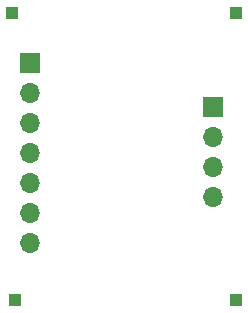
<source format=gbr>
G04 #@! TF.GenerationSoftware,KiCad,Pcbnew,8.0.01-1-dev-1e03266dfe*
G04 #@! TF.CreationDate,2024-03-02T01:48:18-08:00*
G04 #@! TF.ProjectId,sfh7074_breakoutboard,73666837-3037-4345-9f62-7265616b6f75,rev?*
G04 #@! TF.SameCoordinates,Original*
G04 #@! TF.FileFunction,Soldermask,Bot*
G04 #@! TF.FilePolarity,Negative*
%FSLAX46Y46*%
G04 Gerber Fmt 4.6, Leading zero omitted, Abs format (unit mm)*
G04 Created by KiCad (PCBNEW 8.0.01-1-dev-1e03266dfe) date 2024-03-02 01:48:18*
%MOMM*%
%LPD*%
G01*
G04 APERTURE LIST*
%ADD10R,1.700000X1.700000*%
%ADD11O,1.700000X1.700000*%
%ADD12R,1.000000X1.000000*%
G04 APERTURE END LIST*
D10*
X24000000Y-21000000D03*
D11*
X24000000Y-23540000D03*
X24000000Y-26080000D03*
X24000000Y-28620000D03*
X24000000Y-31160000D03*
X24000000Y-33700000D03*
X24000000Y-36240000D03*
D10*
X39500000Y-24650000D03*
D11*
X39500000Y-27190000D03*
X39500000Y-29730000D03*
X39500000Y-32270000D03*
D12*
X41500000Y-41000000D03*
X41500000Y-16750000D03*
X22750000Y-41000000D03*
X22500000Y-16750000D03*
M02*

</source>
